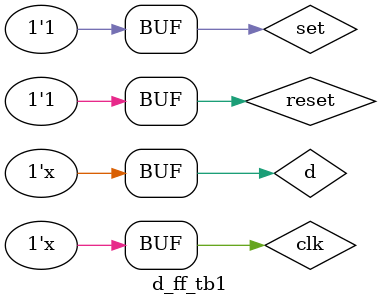
<source format=v>
`timescale 1ns / 1ps


module d_ff_tb1();
reg d,set,reset,clk;
wire q,qbar;
d_ff d1(d,set,reset,clk,q,qbar);
initial
begin
clk=0;
d=0;
#5 reset<=0;
set<=1;
#10 set<=0;
 reset<=1;
#15 set<=1;
end
always
begin
#10 clk=~clk;
end
always
begin
#20 d=~d;
end
endmodule

</source>
